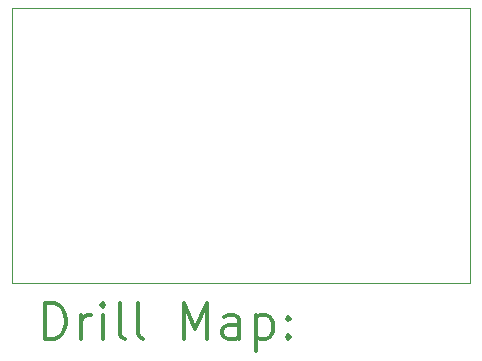
<source format=gbr>
%FSLAX45Y45*%
G04 Gerber Fmt 4.5, Leading zero omitted, Abs format (unit mm)*
G04 Created by KiCad (PCBNEW (5.1.10)-1) date 2021-05-24 22:05:39*
%MOMM*%
%LPD*%
G01*
G04 APERTURE LIST*
%TA.AperFunction,Profile*%
%ADD10C,0.050000*%
%TD*%
%ADD11C,0.200000*%
%ADD12C,0.300000*%
G04 APERTURE END LIST*
D10*
X13500000Y-9985000D02*
X13500000Y-7662500D01*
X17382500Y-9992500D02*
X13500000Y-9985000D01*
X17382500Y-7662500D02*
X17382500Y-9992500D01*
X13500000Y-7662500D02*
X17382500Y-7662500D01*
D11*
D12*
X13783928Y-10460714D02*
X13783928Y-10160714D01*
X13855357Y-10160714D01*
X13898214Y-10175000D01*
X13926786Y-10203572D01*
X13941071Y-10232143D01*
X13955357Y-10289286D01*
X13955357Y-10332143D01*
X13941071Y-10389286D01*
X13926786Y-10417857D01*
X13898214Y-10446429D01*
X13855357Y-10460714D01*
X13783928Y-10460714D01*
X14083928Y-10460714D02*
X14083928Y-10260714D01*
X14083928Y-10317857D02*
X14098214Y-10289286D01*
X14112500Y-10275000D01*
X14141071Y-10260714D01*
X14169643Y-10260714D01*
X14269643Y-10460714D02*
X14269643Y-10260714D01*
X14269643Y-10160714D02*
X14255357Y-10175000D01*
X14269643Y-10189286D01*
X14283928Y-10175000D01*
X14269643Y-10160714D01*
X14269643Y-10189286D01*
X14455357Y-10460714D02*
X14426786Y-10446429D01*
X14412500Y-10417857D01*
X14412500Y-10160714D01*
X14612500Y-10460714D02*
X14583928Y-10446429D01*
X14569643Y-10417857D01*
X14569643Y-10160714D01*
X14955357Y-10460714D02*
X14955357Y-10160714D01*
X15055357Y-10375000D01*
X15155357Y-10160714D01*
X15155357Y-10460714D01*
X15426786Y-10460714D02*
X15426786Y-10303572D01*
X15412500Y-10275000D01*
X15383928Y-10260714D01*
X15326786Y-10260714D01*
X15298214Y-10275000D01*
X15426786Y-10446429D02*
X15398214Y-10460714D01*
X15326786Y-10460714D01*
X15298214Y-10446429D01*
X15283928Y-10417857D01*
X15283928Y-10389286D01*
X15298214Y-10360714D01*
X15326786Y-10346429D01*
X15398214Y-10346429D01*
X15426786Y-10332143D01*
X15569643Y-10260714D02*
X15569643Y-10560714D01*
X15569643Y-10275000D02*
X15598214Y-10260714D01*
X15655357Y-10260714D01*
X15683928Y-10275000D01*
X15698214Y-10289286D01*
X15712500Y-10317857D01*
X15712500Y-10403572D01*
X15698214Y-10432143D01*
X15683928Y-10446429D01*
X15655357Y-10460714D01*
X15598214Y-10460714D01*
X15569643Y-10446429D01*
X15841071Y-10432143D02*
X15855357Y-10446429D01*
X15841071Y-10460714D01*
X15826786Y-10446429D01*
X15841071Y-10432143D01*
X15841071Y-10460714D01*
X15841071Y-10275000D02*
X15855357Y-10289286D01*
X15841071Y-10303572D01*
X15826786Y-10289286D01*
X15841071Y-10275000D01*
X15841071Y-10303572D01*
M02*

</source>
